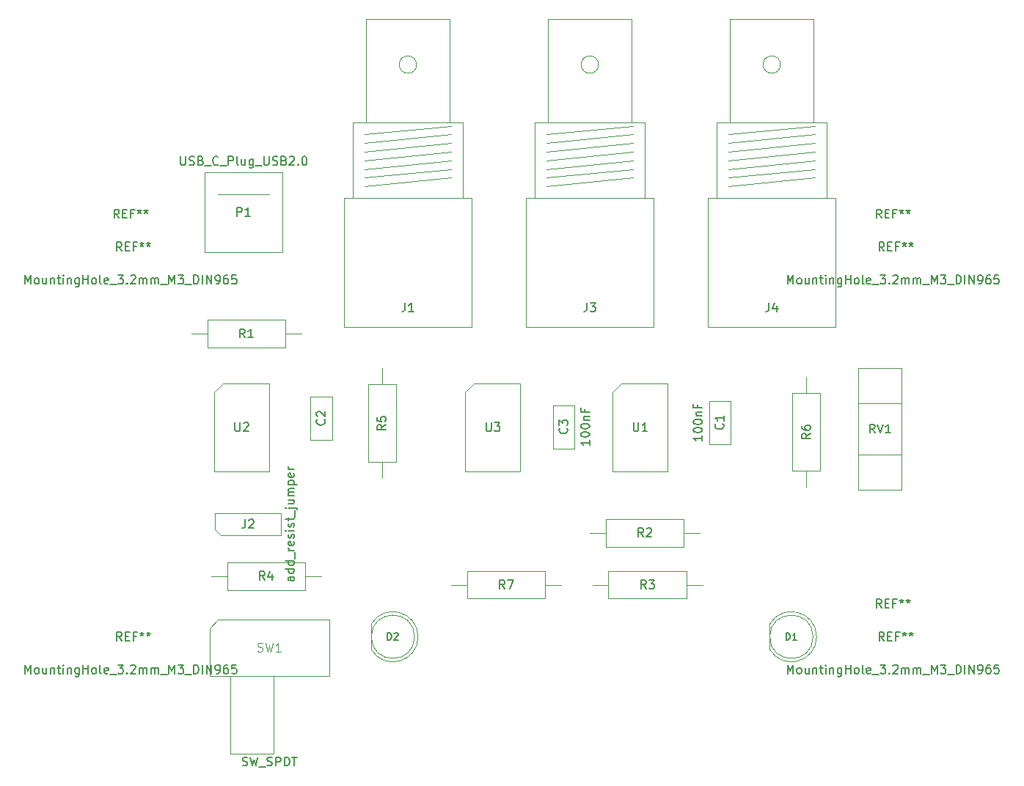
<source format=gbr>
%TF.GenerationSoftware,KiCad,Pcbnew,5.1.6-c6e7f7d~86~ubuntu20.04.1*%
%TF.CreationDate,2020-06-02T12:53:55+01:00*%
%TF.ProjectId,PC_driver,50435f64-7269-4766-9572-2e6b69636164,rev?*%
%TF.SameCoordinates,Original*%
%TF.FileFunction,Other,Fab,Top*%
%FSLAX46Y46*%
G04 Gerber Fmt 4.6, Leading zero omitted, Abs format (unit mm)*
G04 Created by KiCad (PCBNEW 5.1.6-c6e7f7d~86~ubuntu20.04.1) date 2020-06-02 12:53:55*
%MOMM*%
%LPD*%
G01*
G04 APERTURE LIST*
%ADD10C,0.100000*%
%ADD11C,0.150000*%
%ADD12C,0.200000*%
G04 APERTURE END LIST*
D10*
%TO.C,R4*%
X117150000Y-92600000D02*
X117150000Y-89400000D01*
X117150000Y-89400000D02*
X108150000Y-89400000D01*
X108150000Y-89400000D02*
X108150000Y-92600000D01*
X108150000Y-92600000D02*
X117150000Y-92600000D01*
X119000000Y-91000000D02*
X117150000Y-91000000D01*
X106300000Y-91000000D02*
X108150000Y-91000000D01*
%TO.C,R7*%
X146700000Y-92000000D02*
X144850000Y-92000000D01*
X134000000Y-92000000D02*
X135850000Y-92000000D01*
X144850000Y-90400000D02*
X135850000Y-90400000D01*
X144850000Y-93600000D02*
X144850000Y-90400000D01*
X135850000Y-93600000D02*
X144850000Y-93600000D01*
X135850000Y-90400000D02*
X135850000Y-93600000D01*
%TO.C,D1*%
X175770000Y-98000000D02*
G75*
G03*
X175770000Y-98000000I-2500000J0D01*
G01*
X170770000Y-96530306D02*
X170770000Y-99469694D01*
X170769984Y-99469666D02*
G75*
G03*
X170770000Y-96530306I2500016J1469666D01*
G01*
%TO.C,D2*%
X124770000Y-96530306D02*
X124770000Y-99469694D01*
X129770000Y-98000000D02*
G75*
G03*
X129770000Y-98000000I-2500000J0D01*
G01*
X124769984Y-99469666D02*
G75*
G03*
X124770000Y-96530306I2500016J1469666D01*
G01*
%TO.C,U1*%
X152635000Y-69730000D02*
X153635000Y-68730000D01*
X152635000Y-78890000D02*
X152635000Y-69730000D01*
X158985000Y-78890000D02*
X152635000Y-78890000D01*
X158985000Y-68730000D02*
X158985000Y-78890000D01*
X153635000Y-68730000D02*
X158985000Y-68730000D01*
%TO.C,U3*%
X136635000Y-68730000D02*
X141985000Y-68730000D01*
X141985000Y-68730000D02*
X141985000Y-78890000D01*
X141985000Y-78890000D02*
X135635000Y-78890000D01*
X135635000Y-78890000D02*
X135635000Y-69730000D01*
X135635000Y-69730000D02*
X136635000Y-68730000D01*
%TO.C,RV1*%
X186000000Y-67000000D02*
X186000000Y-81000000D01*
X186000000Y-81000000D02*
X181000000Y-81000000D01*
X181000000Y-81000000D02*
X181000000Y-67000000D01*
X181000000Y-67000000D02*
X186000000Y-67000000D01*
X181000000Y-71000000D02*
X181000000Y-77000000D01*
X181000000Y-77000000D02*
X186000000Y-77000000D01*
X186000000Y-77000000D02*
X186000000Y-71000000D01*
X186000000Y-71000000D02*
X181000000Y-71000000D01*
%TO.C,C2*%
X117750000Y-75250000D02*
X120250000Y-75250000D01*
X120250000Y-75250000D02*
X120250000Y-70250000D01*
X120250000Y-70250000D02*
X117750000Y-70250000D01*
X117750000Y-70250000D02*
X117750000Y-75250000D01*
%TO.C,C1*%
X166250000Y-75750000D02*
X166250000Y-70750000D01*
X163750000Y-75750000D02*
X166250000Y-75750000D01*
X163750000Y-70750000D02*
X163750000Y-75750000D01*
X166250000Y-70750000D02*
X163750000Y-70750000D01*
%TO.C,C3*%
X145750000Y-71250000D02*
X145750000Y-76250000D01*
X148250000Y-71250000D02*
X145750000Y-71250000D01*
X148250000Y-76250000D02*
X148250000Y-71250000D01*
X145750000Y-76250000D02*
X148250000Y-76250000D01*
%TO.C,J1*%
X124000000Y-46000000D02*
X134000000Y-45000000D01*
X121650000Y-47300000D02*
X121650000Y-62200000D01*
X136350000Y-47300000D02*
X121650000Y-47300000D01*
X136350000Y-62200000D02*
X136350000Y-47300000D01*
X121650000Y-62200000D02*
X136350000Y-62200000D01*
X122650000Y-38600000D02*
X122650000Y-47300000D01*
X135350000Y-38600000D02*
X122650000Y-38600000D01*
X135350000Y-47300000D02*
X135350000Y-38600000D01*
X124200000Y-26700000D02*
X124200000Y-38600000D01*
X133800000Y-26700000D02*
X124200000Y-26700000D01*
X133800000Y-38600000D02*
X133800000Y-26700000D01*
X130000000Y-31930000D02*
G75*
G03*
X130000000Y-31930000I-1000000J0D01*
G01*
X124000000Y-45000000D02*
X134000000Y-44000000D01*
X124000000Y-44000000D02*
X134000000Y-43000000D01*
X124000000Y-43000000D02*
X134000000Y-42000000D01*
X124000000Y-42000000D02*
X134000000Y-41000000D01*
X124000000Y-41000000D02*
X134000000Y-40000000D01*
X124000000Y-40000000D02*
X134000000Y-39000000D01*
%TO.C,J2*%
X107365000Y-86270000D02*
X106730000Y-85635000D01*
X114350000Y-86270000D02*
X107365000Y-86270000D01*
X114350000Y-83730000D02*
X114350000Y-86270000D01*
X106730000Y-83730000D02*
X114350000Y-83730000D01*
X106730000Y-85635000D02*
X106730000Y-83730000D01*
%TO.C,J3*%
X145000000Y-46000000D02*
X155000000Y-45000000D01*
X142650000Y-47300000D02*
X142650000Y-62200000D01*
X157350000Y-47300000D02*
X142650000Y-47300000D01*
X157350000Y-62200000D02*
X157350000Y-47300000D01*
X142650000Y-62200000D02*
X157350000Y-62200000D01*
X143650000Y-38600000D02*
X143650000Y-47300000D01*
X156350000Y-38600000D02*
X143650000Y-38600000D01*
X156350000Y-47300000D02*
X156350000Y-38600000D01*
X145200000Y-26700000D02*
X145200000Y-38600000D01*
X154800000Y-26700000D02*
X145200000Y-26700000D01*
X154800000Y-38600000D02*
X154800000Y-26700000D01*
X151000000Y-31930000D02*
G75*
G03*
X151000000Y-31930000I-1000000J0D01*
G01*
X145000000Y-45000000D02*
X155000000Y-44000000D01*
X145000000Y-44000000D02*
X155000000Y-43000000D01*
X145000000Y-43000000D02*
X155000000Y-42000000D01*
X145000000Y-42000000D02*
X155000000Y-41000000D01*
X145000000Y-41000000D02*
X155000000Y-40000000D01*
X145000000Y-40000000D02*
X155000000Y-39000000D01*
%TO.C,J4*%
X166000000Y-40000000D02*
X176000000Y-39000000D01*
X166000000Y-41000000D02*
X176000000Y-40000000D01*
X166000000Y-42000000D02*
X176000000Y-41000000D01*
X166000000Y-43000000D02*
X176000000Y-42000000D01*
X166000000Y-44000000D02*
X176000000Y-43000000D01*
X166000000Y-45000000D02*
X176000000Y-44000000D01*
X172000000Y-31930000D02*
G75*
G03*
X172000000Y-31930000I-1000000J0D01*
G01*
X175800000Y-38600000D02*
X175800000Y-26700000D01*
X175800000Y-26700000D02*
X166200000Y-26700000D01*
X166200000Y-26700000D02*
X166200000Y-38600000D01*
X177350000Y-47300000D02*
X177350000Y-38600000D01*
X177350000Y-38600000D02*
X164650000Y-38600000D01*
X164650000Y-38600000D02*
X164650000Y-47300000D01*
X163650000Y-62200000D02*
X178350000Y-62200000D01*
X178350000Y-62200000D02*
X178350000Y-47300000D01*
X178350000Y-47300000D02*
X163650000Y-47300000D01*
X163650000Y-47300000D02*
X163650000Y-62200000D01*
X166000000Y-46000000D02*
X176000000Y-45000000D01*
%TO.C,P1*%
X113025000Y-46900000D02*
X107025000Y-46900000D01*
X105550000Y-53560000D02*
X105550000Y-44390000D01*
X114500000Y-53560000D02*
X114500000Y-44390000D01*
X114500000Y-44390000D02*
X105550000Y-44390000D01*
X114500000Y-53560000D02*
X105550000Y-53560000D01*
%TO.C,R1*%
X116700000Y-63000000D02*
X114850000Y-63000000D01*
X104000000Y-63000000D02*
X105850000Y-63000000D01*
X114850000Y-61400000D02*
X105850000Y-61400000D01*
X114850000Y-64600000D02*
X114850000Y-61400000D01*
X105850000Y-64600000D02*
X114850000Y-64600000D01*
X105850000Y-61400000D02*
X105850000Y-64600000D01*
%TO.C,R5*%
X127600000Y-68850000D02*
X124400000Y-68850000D01*
X124400000Y-68850000D02*
X124400000Y-77850000D01*
X124400000Y-77850000D02*
X127600000Y-77850000D01*
X127600000Y-77850000D02*
X127600000Y-68850000D01*
X126000000Y-67000000D02*
X126000000Y-68850000D01*
X126000000Y-79700000D02*
X126000000Y-77850000D01*
%TO.C,R2*%
X151850000Y-84400000D02*
X151850000Y-87600000D01*
X151850000Y-87600000D02*
X160850000Y-87600000D01*
X160850000Y-87600000D02*
X160850000Y-84400000D01*
X160850000Y-84400000D02*
X151850000Y-84400000D01*
X150000000Y-86000000D02*
X151850000Y-86000000D01*
X162700000Y-86000000D02*
X160850000Y-86000000D01*
%TO.C,R3*%
X150300000Y-92000000D02*
X152150000Y-92000000D01*
X163000000Y-92000000D02*
X161150000Y-92000000D01*
X152150000Y-93600000D02*
X161150000Y-93600000D01*
X152150000Y-90400000D02*
X152150000Y-93600000D01*
X161150000Y-90400000D02*
X152150000Y-90400000D01*
X161150000Y-93600000D02*
X161150000Y-90400000D01*
%TO.C,R6*%
X175000000Y-80700000D02*
X175000000Y-78850000D01*
X175000000Y-68000000D02*
X175000000Y-69850000D01*
X176600000Y-78850000D02*
X176600000Y-69850000D01*
X173400000Y-78850000D02*
X176600000Y-78850000D01*
X173400000Y-69850000D02*
X173400000Y-78850000D01*
X176600000Y-69850000D02*
X173400000Y-69850000D01*
%TO.C,SW1*%
X107100000Y-96000000D02*
X119900000Y-96000000D01*
X119900000Y-96000000D02*
X119900000Y-102500000D01*
X119900000Y-102500000D02*
X106100000Y-102500000D01*
X106100000Y-102500000D02*
X106100000Y-97000000D01*
X113500000Y-102500000D02*
X113500000Y-111500000D01*
X113500000Y-111500000D02*
X108500000Y-111500000D01*
X108500000Y-111500000D02*
X108500000Y-102500000D01*
X107100000Y-96000000D02*
X106100000Y-97000000D01*
%TO.C,U2*%
X106635000Y-69730000D02*
X107635000Y-68730000D01*
X106635000Y-78890000D02*
X106635000Y-69730000D01*
X112985000Y-78890000D02*
X106635000Y-78890000D01*
X112985000Y-68730000D02*
X112985000Y-78890000D01*
X107635000Y-68730000D02*
X112985000Y-68730000D01*
%TD*%
%TO.C,R4*%
D11*
X112483333Y-91452380D02*
X112150000Y-90976190D01*
X111911904Y-91452380D02*
X111911904Y-90452380D01*
X112292857Y-90452380D01*
X112388095Y-90500000D01*
X112435714Y-90547619D01*
X112483333Y-90642857D01*
X112483333Y-90785714D01*
X112435714Y-90880952D01*
X112388095Y-90928571D01*
X112292857Y-90976190D01*
X111911904Y-90976190D01*
X113340476Y-90785714D02*
X113340476Y-91452380D01*
X113102380Y-90404761D02*
X112864285Y-91119047D01*
X113483333Y-91119047D01*
%TO.C,R7*%
X140183333Y-92452380D02*
X139850000Y-91976190D01*
X139611904Y-92452380D02*
X139611904Y-91452380D01*
X139992857Y-91452380D01*
X140088095Y-91500000D01*
X140135714Y-91547619D01*
X140183333Y-91642857D01*
X140183333Y-91785714D01*
X140135714Y-91880952D01*
X140088095Y-91928571D01*
X139992857Y-91976190D01*
X139611904Y-91976190D01*
X140516666Y-91452380D02*
X141183333Y-91452380D01*
X140754761Y-92452380D01*
%TO.C,D1*%
D12*
X172659523Y-98361904D02*
X172659523Y-97561904D01*
X172850000Y-97561904D01*
X172964285Y-97600000D01*
X173040476Y-97676190D01*
X173078571Y-97752380D01*
X173116666Y-97904761D01*
X173116666Y-98019047D01*
X173078571Y-98171428D01*
X173040476Y-98247619D01*
X172964285Y-98323809D01*
X172850000Y-98361904D01*
X172659523Y-98361904D01*
X173878571Y-98361904D02*
X173421428Y-98361904D01*
X173650000Y-98361904D02*
X173650000Y-97561904D01*
X173573809Y-97676190D01*
X173497619Y-97752380D01*
X173421428Y-97790476D01*
%TO.C,D2*%
X126659523Y-98361904D02*
X126659523Y-97561904D01*
X126850000Y-97561904D01*
X126964285Y-97600000D01*
X127040476Y-97676190D01*
X127078571Y-97752380D01*
X127116666Y-97904761D01*
X127116666Y-98019047D01*
X127078571Y-98171428D01*
X127040476Y-98247619D01*
X126964285Y-98323809D01*
X126850000Y-98361904D01*
X126659523Y-98361904D01*
X127421428Y-97638095D02*
X127459523Y-97600000D01*
X127535714Y-97561904D01*
X127726190Y-97561904D01*
X127802380Y-97600000D01*
X127840476Y-97638095D01*
X127878571Y-97714285D01*
X127878571Y-97790476D01*
X127840476Y-97904761D01*
X127383333Y-98361904D01*
X127878571Y-98361904D01*
%TO.C,U1*%
D11*
X155048095Y-73262380D02*
X155048095Y-74071904D01*
X155095714Y-74167142D01*
X155143333Y-74214761D01*
X155238571Y-74262380D01*
X155429047Y-74262380D01*
X155524285Y-74214761D01*
X155571904Y-74167142D01*
X155619523Y-74071904D01*
X155619523Y-73262380D01*
X156619523Y-74262380D02*
X156048095Y-74262380D01*
X156333809Y-74262380D02*
X156333809Y-73262380D01*
X156238571Y-73405238D01*
X156143333Y-73500476D01*
X156048095Y-73548095D01*
%TO.C,U3*%
X138048095Y-73262380D02*
X138048095Y-74071904D01*
X138095714Y-74167142D01*
X138143333Y-74214761D01*
X138238571Y-74262380D01*
X138429047Y-74262380D01*
X138524285Y-74214761D01*
X138571904Y-74167142D01*
X138619523Y-74071904D01*
X138619523Y-73262380D01*
X139000476Y-73262380D02*
X139619523Y-73262380D01*
X139286190Y-73643333D01*
X139429047Y-73643333D01*
X139524285Y-73690952D01*
X139571904Y-73738571D01*
X139619523Y-73833809D01*
X139619523Y-74071904D01*
X139571904Y-74167142D01*
X139524285Y-74214761D01*
X139429047Y-74262380D01*
X139143333Y-74262380D01*
X139048095Y-74214761D01*
X139000476Y-74167142D01*
%TO.C,REF\u002A\u002A*%
X95666666Y-49652380D02*
X95333333Y-49176190D01*
X95095238Y-49652380D02*
X95095238Y-48652380D01*
X95476190Y-48652380D01*
X95571428Y-48700000D01*
X95619047Y-48747619D01*
X95666666Y-48842857D01*
X95666666Y-48985714D01*
X95619047Y-49080952D01*
X95571428Y-49128571D01*
X95476190Y-49176190D01*
X95095238Y-49176190D01*
X96095238Y-49128571D02*
X96428571Y-49128571D01*
X96571428Y-49652380D02*
X96095238Y-49652380D01*
X96095238Y-48652380D01*
X96571428Y-48652380D01*
X97333333Y-49128571D02*
X97000000Y-49128571D01*
X97000000Y-49652380D02*
X97000000Y-48652380D01*
X97476190Y-48652380D01*
X98000000Y-48652380D02*
X98000000Y-48890476D01*
X97761904Y-48795238D02*
X98000000Y-48890476D01*
X98238095Y-48795238D01*
X97857142Y-49080952D02*
X98000000Y-48890476D01*
X98142857Y-49080952D01*
X98761904Y-48652380D02*
X98761904Y-48890476D01*
X98523809Y-48795238D02*
X98761904Y-48890476D01*
X99000000Y-48795238D01*
X98619047Y-49080952D02*
X98761904Y-48890476D01*
X98904761Y-49080952D01*
X84809523Y-57252380D02*
X84809523Y-56252380D01*
X85142857Y-56966666D01*
X85476190Y-56252380D01*
X85476190Y-57252380D01*
X86095238Y-57252380D02*
X86000000Y-57204761D01*
X85952380Y-57157142D01*
X85904761Y-57061904D01*
X85904761Y-56776190D01*
X85952380Y-56680952D01*
X86000000Y-56633333D01*
X86095238Y-56585714D01*
X86238095Y-56585714D01*
X86333333Y-56633333D01*
X86380952Y-56680952D01*
X86428571Y-56776190D01*
X86428571Y-57061904D01*
X86380952Y-57157142D01*
X86333333Y-57204761D01*
X86238095Y-57252380D01*
X86095238Y-57252380D01*
X87285714Y-56585714D02*
X87285714Y-57252380D01*
X86857142Y-56585714D02*
X86857142Y-57109523D01*
X86904761Y-57204761D01*
X87000000Y-57252380D01*
X87142857Y-57252380D01*
X87238095Y-57204761D01*
X87285714Y-57157142D01*
X87761904Y-56585714D02*
X87761904Y-57252380D01*
X87761904Y-56680952D02*
X87809523Y-56633333D01*
X87904761Y-56585714D01*
X88047619Y-56585714D01*
X88142857Y-56633333D01*
X88190476Y-56728571D01*
X88190476Y-57252380D01*
X88523809Y-56585714D02*
X88904761Y-56585714D01*
X88666666Y-56252380D02*
X88666666Y-57109523D01*
X88714285Y-57204761D01*
X88809523Y-57252380D01*
X88904761Y-57252380D01*
X89238095Y-57252380D02*
X89238095Y-56585714D01*
X89238095Y-56252380D02*
X89190476Y-56300000D01*
X89238095Y-56347619D01*
X89285714Y-56300000D01*
X89238095Y-56252380D01*
X89238095Y-56347619D01*
X89714285Y-56585714D02*
X89714285Y-57252380D01*
X89714285Y-56680952D02*
X89761904Y-56633333D01*
X89857142Y-56585714D01*
X90000000Y-56585714D01*
X90095238Y-56633333D01*
X90142857Y-56728571D01*
X90142857Y-57252380D01*
X91047619Y-56585714D02*
X91047619Y-57395238D01*
X91000000Y-57490476D01*
X90952380Y-57538095D01*
X90857142Y-57585714D01*
X90714285Y-57585714D01*
X90619047Y-57538095D01*
X91047619Y-57204761D02*
X90952380Y-57252380D01*
X90761904Y-57252380D01*
X90666666Y-57204761D01*
X90619047Y-57157142D01*
X90571428Y-57061904D01*
X90571428Y-56776190D01*
X90619047Y-56680952D01*
X90666666Y-56633333D01*
X90761904Y-56585714D01*
X90952380Y-56585714D01*
X91047619Y-56633333D01*
X91523809Y-57252380D02*
X91523809Y-56252380D01*
X91523809Y-56728571D02*
X92095238Y-56728571D01*
X92095238Y-57252380D02*
X92095238Y-56252380D01*
X92714285Y-57252380D02*
X92619047Y-57204761D01*
X92571428Y-57157142D01*
X92523809Y-57061904D01*
X92523809Y-56776190D01*
X92571428Y-56680952D01*
X92619047Y-56633333D01*
X92714285Y-56585714D01*
X92857142Y-56585714D01*
X92952380Y-56633333D01*
X93000000Y-56680952D01*
X93047619Y-56776190D01*
X93047619Y-57061904D01*
X93000000Y-57157142D01*
X92952380Y-57204761D01*
X92857142Y-57252380D01*
X92714285Y-57252380D01*
X93619047Y-57252380D02*
X93523809Y-57204761D01*
X93476190Y-57109523D01*
X93476190Y-56252380D01*
X94380952Y-57204761D02*
X94285714Y-57252380D01*
X94095238Y-57252380D01*
X94000000Y-57204761D01*
X93952380Y-57109523D01*
X93952380Y-56728571D01*
X94000000Y-56633333D01*
X94095238Y-56585714D01*
X94285714Y-56585714D01*
X94380952Y-56633333D01*
X94428571Y-56728571D01*
X94428571Y-56823809D01*
X93952380Y-56919047D01*
X94619047Y-57347619D02*
X95380952Y-57347619D01*
X95523809Y-56252380D02*
X96142857Y-56252380D01*
X95809523Y-56633333D01*
X95952380Y-56633333D01*
X96047619Y-56680952D01*
X96095238Y-56728571D01*
X96142857Y-56823809D01*
X96142857Y-57061904D01*
X96095238Y-57157142D01*
X96047619Y-57204761D01*
X95952380Y-57252380D01*
X95666666Y-57252380D01*
X95571428Y-57204761D01*
X95523809Y-57157142D01*
X96571428Y-57157142D02*
X96619047Y-57204761D01*
X96571428Y-57252380D01*
X96523809Y-57204761D01*
X96571428Y-57157142D01*
X96571428Y-57252380D01*
X96999999Y-56347619D02*
X97047619Y-56300000D01*
X97142857Y-56252380D01*
X97380952Y-56252380D01*
X97476190Y-56300000D01*
X97523809Y-56347619D01*
X97571428Y-56442857D01*
X97571428Y-56538095D01*
X97523809Y-56680952D01*
X96952380Y-57252380D01*
X97571428Y-57252380D01*
X97999999Y-57252380D02*
X97999999Y-56585714D01*
X97999999Y-56680952D02*
X98047619Y-56633333D01*
X98142857Y-56585714D01*
X98285714Y-56585714D01*
X98380952Y-56633333D01*
X98428571Y-56728571D01*
X98428571Y-57252380D01*
X98428571Y-56728571D02*
X98476190Y-56633333D01*
X98571428Y-56585714D01*
X98714285Y-56585714D01*
X98809523Y-56633333D01*
X98857142Y-56728571D01*
X98857142Y-57252380D01*
X99333333Y-57252380D02*
X99333333Y-56585714D01*
X99333333Y-56680952D02*
X99380952Y-56633333D01*
X99476190Y-56585714D01*
X99619047Y-56585714D01*
X99714285Y-56633333D01*
X99761904Y-56728571D01*
X99761904Y-57252380D01*
X99761904Y-56728571D02*
X99809523Y-56633333D01*
X99904761Y-56585714D01*
X100047619Y-56585714D01*
X100142857Y-56633333D01*
X100190476Y-56728571D01*
X100190476Y-57252380D01*
X100428571Y-57347619D02*
X101190476Y-57347619D01*
X101428571Y-57252380D02*
X101428571Y-56252380D01*
X101761904Y-56966666D01*
X102095238Y-56252380D01*
X102095238Y-57252380D01*
X102476190Y-56252380D02*
X103095238Y-56252380D01*
X102761904Y-56633333D01*
X102904761Y-56633333D01*
X103000000Y-56680952D01*
X103047619Y-56728571D01*
X103095238Y-56823809D01*
X103095238Y-57061904D01*
X103047619Y-57157142D01*
X103000000Y-57204761D01*
X102904761Y-57252380D01*
X102619047Y-57252380D01*
X102523809Y-57204761D01*
X102476190Y-57157142D01*
X103285714Y-57347619D02*
X104047619Y-57347619D01*
X104285714Y-57252380D02*
X104285714Y-56252380D01*
X104523809Y-56252380D01*
X104666666Y-56300000D01*
X104761904Y-56395238D01*
X104809523Y-56490476D01*
X104857142Y-56680952D01*
X104857142Y-56823809D01*
X104809523Y-57014285D01*
X104761904Y-57109523D01*
X104666666Y-57204761D01*
X104523809Y-57252380D01*
X104285714Y-57252380D01*
X105285714Y-57252380D02*
X105285714Y-56252380D01*
X105761904Y-57252380D02*
X105761904Y-56252380D01*
X106333333Y-57252380D01*
X106333333Y-56252380D01*
X106857142Y-57252380D02*
X107047619Y-57252380D01*
X107142857Y-57204761D01*
X107190476Y-57157142D01*
X107285714Y-57014285D01*
X107333333Y-56823809D01*
X107333333Y-56442857D01*
X107285714Y-56347619D01*
X107238095Y-56300000D01*
X107142857Y-56252380D01*
X106952380Y-56252380D01*
X106857142Y-56300000D01*
X106809523Y-56347619D01*
X106761904Y-56442857D01*
X106761904Y-56680952D01*
X106809523Y-56776190D01*
X106857142Y-56823809D01*
X106952380Y-56871428D01*
X107142857Y-56871428D01*
X107238095Y-56823809D01*
X107285714Y-56776190D01*
X107333333Y-56680952D01*
X108190476Y-56252380D02*
X108000000Y-56252380D01*
X107904761Y-56300000D01*
X107857142Y-56347619D01*
X107761904Y-56490476D01*
X107714285Y-56680952D01*
X107714285Y-57061904D01*
X107761904Y-57157142D01*
X107809523Y-57204761D01*
X107904761Y-57252380D01*
X108095238Y-57252380D01*
X108190476Y-57204761D01*
X108238095Y-57157142D01*
X108285714Y-57061904D01*
X108285714Y-56823809D01*
X108238095Y-56728571D01*
X108190476Y-56680952D01*
X108095238Y-56633333D01*
X107904761Y-56633333D01*
X107809523Y-56680952D01*
X107761904Y-56728571D01*
X107714285Y-56823809D01*
X109190476Y-56252380D02*
X108714285Y-56252380D01*
X108666666Y-56728571D01*
X108714285Y-56680952D01*
X108809523Y-56633333D01*
X109047619Y-56633333D01*
X109142857Y-56680952D01*
X109190476Y-56728571D01*
X109238095Y-56823809D01*
X109238095Y-57061904D01*
X109190476Y-57157142D01*
X109142857Y-57204761D01*
X109047619Y-57252380D01*
X108809523Y-57252380D01*
X108714285Y-57204761D01*
X108666666Y-57157142D01*
X95966666Y-53452380D02*
X95633333Y-52976190D01*
X95395238Y-53452380D02*
X95395238Y-52452380D01*
X95776190Y-52452380D01*
X95871428Y-52500000D01*
X95919047Y-52547619D01*
X95966666Y-52642857D01*
X95966666Y-52785714D01*
X95919047Y-52880952D01*
X95871428Y-52928571D01*
X95776190Y-52976190D01*
X95395238Y-52976190D01*
X96395238Y-52928571D02*
X96728571Y-52928571D01*
X96871428Y-53452380D02*
X96395238Y-53452380D01*
X96395238Y-52452380D01*
X96871428Y-52452380D01*
X97633333Y-52928571D02*
X97300000Y-52928571D01*
X97300000Y-53452380D02*
X97300000Y-52452380D01*
X97776190Y-52452380D01*
X98300000Y-52452380D02*
X98300000Y-52690476D01*
X98061904Y-52595238D02*
X98300000Y-52690476D01*
X98538095Y-52595238D01*
X98157142Y-52880952D02*
X98300000Y-52690476D01*
X98442857Y-52880952D01*
X99061904Y-52452380D02*
X99061904Y-52690476D01*
X98823809Y-52595238D02*
X99061904Y-52690476D01*
X99300000Y-52595238D01*
X98919047Y-52880952D02*
X99061904Y-52690476D01*
X99204761Y-52880952D01*
X183666666Y-49652380D02*
X183333333Y-49176190D01*
X183095238Y-49652380D02*
X183095238Y-48652380D01*
X183476190Y-48652380D01*
X183571428Y-48700000D01*
X183619047Y-48747619D01*
X183666666Y-48842857D01*
X183666666Y-48985714D01*
X183619047Y-49080952D01*
X183571428Y-49128571D01*
X183476190Y-49176190D01*
X183095238Y-49176190D01*
X184095238Y-49128571D02*
X184428571Y-49128571D01*
X184571428Y-49652380D02*
X184095238Y-49652380D01*
X184095238Y-48652380D01*
X184571428Y-48652380D01*
X185333333Y-49128571D02*
X185000000Y-49128571D01*
X185000000Y-49652380D02*
X185000000Y-48652380D01*
X185476190Y-48652380D01*
X186000000Y-48652380D02*
X186000000Y-48890476D01*
X185761904Y-48795238D02*
X186000000Y-48890476D01*
X186238095Y-48795238D01*
X185857142Y-49080952D02*
X186000000Y-48890476D01*
X186142857Y-49080952D01*
X186761904Y-48652380D02*
X186761904Y-48890476D01*
X186523809Y-48795238D02*
X186761904Y-48890476D01*
X187000000Y-48795238D01*
X186619047Y-49080952D02*
X186761904Y-48890476D01*
X186904761Y-49080952D01*
X172809523Y-57252380D02*
X172809523Y-56252380D01*
X173142857Y-56966666D01*
X173476190Y-56252380D01*
X173476190Y-57252380D01*
X174095238Y-57252380D02*
X174000000Y-57204761D01*
X173952380Y-57157142D01*
X173904761Y-57061904D01*
X173904761Y-56776190D01*
X173952380Y-56680952D01*
X174000000Y-56633333D01*
X174095238Y-56585714D01*
X174238095Y-56585714D01*
X174333333Y-56633333D01*
X174380952Y-56680952D01*
X174428571Y-56776190D01*
X174428571Y-57061904D01*
X174380952Y-57157142D01*
X174333333Y-57204761D01*
X174238095Y-57252380D01*
X174095238Y-57252380D01*
X175285714Y-56585714D02*
X175285714Y-57252380D01*
X174857142Y-56585714D02*
X174857142Y-57109523D01*
X174904761Y-57204761D01*
X175000000Y-57252380D01*
X175142857Y-57252380D01*
X175238095Y-57204761D01*
X175285714Y-57157142D01*
X175761904Y-56585714D02*
X175761904Y-57252380D01*
X175761904Y-56680952D02*
X175809523Y-56633333D01*
X175904761Y-56585714D01*
X176047619Y-56585714D01*
X176142857Y-56633333D01*
X176190476Y-56728571D01*
X176190476Y-57252380D01*
X176523809Y-56585714D02*
X176904761Y-56585714D01*
X176666666Y-56252380D02*
X176666666Y-57109523D01*
X176714285Y-57204761D01*
X176809523Y-57252380D01*
X176904761Y-57252380D01*
X177238095Y-57252380D02*
X177238095Y-56585714D01*
X177238095Y-56252380D02*
X177190476Y-56300000D01*
X177238095Y-56347619D01*
X177285714Y-56300000D01*
X177238095Y-56252380D01*
X177238095Y-56347619D01*
X177714285Y-56585714D02*
X177714285Y-57252380D01*
X177714285Y-56680952D02*
X177761904Y-56633333D01*
X177857142Y-56585714D01*
X178000000Y-56585714D01*
X178095238Y-56633333D01*
X178142857Y-56728571D01*
X178142857Y-57252380D01*
X179047619Y-56585714D02*
X179047619Y-57395238D01*
X179000000Y-57490476D01*
X178952380Y-57538095D01*
X178857142Y-57585714D01*
X178714285Y-57585714D01*
X178619047Y-57538095D01*
X179047619Y-57204761D02*
X178952380Y-57252380D01*
X178761904Y-57252380D01*
X178666666Y-57204761D01*
X178619047Y-57157142D01*
X178571428Y-57061904D01*
X178571428Y-56776190D01*
X178619047Y-56680952D01*
X178666666Y-56633333D01*
X178761904Y-56585714D01*
X178952380Y-56585714D01*
X179047619Y-56633333D01*
X179523809Y-57252380D02*
X179523809Y-56252380D01*
X179523809Y-56728571D02*
X180095238Y-56728571D01*
X180095238Y-57252380D02*
X180095238Y-56252380D01*
X180714285Y-57252380D02*
X180619047Y-57204761D01*
X180571428Y-57157142D01*
X180523809Y-57061904D01*
X180523809Y-56776190D01*
X180571428Y-56680952D01*
X180619047Y-56633333D01*
X180714285Y-56585714D01*
X180857142Y-56585714D01*
X180952380Y-56633333D01*
X181000000Y-56680952D01*
X181047619Y-56776190D01*
X181047619Y-57061904D01*
X181000000Y-57157142D01*
X180952380Y-57204761D01*
X180857142Y-57252380D01*
X180714285Y-57252380D01*
X181619047Y-57252380D02*
X181523809Y-57204761D01*
X181476190Y-57109523D01*
X181476190Y-56252380D01*
X182380952Y-57204761D02*
X182285714Y-57252380D01*
X182095238Y-57252380D01*
X182000000Y-57204761D01*
X181952380Y-57109523D01*
X181952380Y-56728571D01*
X182000000Y-56633333D01*
X182095238Y-56585714D01*
X182285714Y-56585714D01*
X182380952Y-56633333D01*
X182428571Y-56728571D01*
X182428571Y-56823809D01*
X181952380Y-56919047D01*
X182619047Y-57347619D02*
X183380952Y-57347619D01*
X183523809Y-56252380D02*
X184142857Y-56252380D01*
X183809523Y-56633333D01*
X183952380Y-56633333D01*
X184047619Y-56680952D01*
X184095238Y-56728571D01*
X184142857Y-56823809D01*
X184142857Y-57061904D01*
X184095238Y-57157142D01*
X184047619Y-57204761D01*
X183952380Y-57252380D01*
X183666666Y-57252380D01*
X183571428Y-57204761D01*
X183523809Y-57157142D01*
X184571428Y-57157142D02*
X184619047Y-57204761D01*
X184571428Y-57252380D01*
X184523809Y-57204761D01*
X184571428Y-57157142D01*
X184571428Y-57252380D01*
X185000000Y-56347619D02*
X185047619Y-56300000D01*
X185142857Y-56252380D01*
X185380952Y-56252380D01*
X185476190Y-56300000D01*
X185523809Y-56347619D01*
X185571428Y-56442857D01*
X185571428Y-56538095D01*
X185523809Y-56680952D01*
X184952380Y-57252380D01*
X185571428Y-57252380D01*
X186000000Y-57252380D02*
X186000000Y-56585714D01*
X186000000Y-56680952D02*
X186047619Y-56633333D01*
X186142857Y-56585714D01*
X186285714Y-56585714D01*
X186380952Y-56633333D01*
X186428571Y-56728571D01*
X186428571Y-57252380D01*
X186428571Y-56728571D02*
X186476190Y-56633333D01*
X186571428Y-56585714D01*
X186714285Y-56585714D01*
X186809523Y-56633333D01*
X186857142Y-56728571D01*
X186857142Y-57252380D01*
X187333333Y-57252380D02*
X187333333Y-56585714D01*
X187333333Y-56680952D02*
X187380952Y-56633333D01*
X187476190Y-56585714D01*
X187619047Y-56585714D01*
X187714285Y-56633333D01*
X187761904Y-56728571D01*
X187761904Y-57252380D01*
X187761904Y-56728571D02*
X187809523Y-56633333D01*
X187904761Y-56585714D01*
X188047619Y-56585714D01*
X188142857Y-56633333D01*
X188190476Y-56728571D01*
X188190476Y-57252380D01*
X188428571Y-57347619D02*
X189190476Y-57347619D01*
X189428571Y-57252380D02*
X189428571Y-56252380D01*
X189761904Y-56966666D01*
X190095238Y-56252380D01*
X190095238Y-57252380D01*
X190476190Y-56252380D02*
X191095238Y-56252380D01*
X190761904Y-56633333D01*
X190904761Y-56633333D01*
X191000000Y-56680952D01*
X191047619Y-56728571D01*
X191095238Y-56823809D01*
X191095238Y-57061904D01*
X191047619Y-57157142D01*
X191000000Y-57204761D01*
X190904761Y-57252380D01*
X190619047Y-57252380D01*
X190523809Y-57204761D01*
X190476190Y-57157142D01*
X191285714Y-57347619D02*
X192047619Y-57347619D01*
X192285714Y-57252380D02*
X192285714Y-56252380D01*
X192523809Y-56252380D01*
X192666666Y-56300000D01*
X192761904Y-56395238D01*
X192809523Y-56490476D01*
X192857142Y-56680952D01*
X192857142Y-56823809D01*
X192809523Y-57014285D01*
X192761904Y-57109523D01*
X192666666Y-57204761D01*
X192523809Y-57252380D01*
X192285714Y-57252380D01*
X193285714Y-57252380D02*
X193285714Y-56252380D01*
X193761904Y-57252380D02*
X193761904Y-56252380D01*
X194333333Y-57252380D01*
X194333333Y-56252380D01*
X194857142Y-57252380D02*
X195047619Y-57252380D01*
X195142857Y-57204761D01*
X195190476Y-57157142D01*
X195285714Y-57014285D01*
X195333333Y-56823809D01*
X195333333Y-56442857D01*
X195285714Y-56347619D01*
X195238095Y-56300000D01*
X195142857Y-56252380D01*
X194952380Y-56252380D01*
X194857142Y-56300000D01*
X194809523Y-56347619D01*
X194761904Y-56442857D01*
X194761904Y-56680952D01*
X194809523Y-56776190D01*
X194857142Y-56823809D01*
X194952380Y-56871428D01*
X195142857Y-56871428D01*
X195238095Y-56823809D01*
X195285714Y-56776190D01*
X195333333Y-56680952D01*
X196190476Y-56252380D02*
X196000000Y-56252380D01*
X195904761Y-56300000D01*
X195857142Y-56347619D01*
X195761904Y-56490476D01*
X195714285Y-56680952D01*
X195714285Y-57061904D01*
X195761904Y-57157142D01*
X195809523Y-57204761D01*
X195904761Y-57252380D01*
X196095238Y-57252380D01*
X196190476Y-57204761D01*
X196238095Y-57157142D01*
X196285714Y-57061904D01*
X196285714Y-56823809D01*
X196238095Y-56728571D01*
X196190476Y-56680952D01*
X196095238Y-56633333D01*
X195904761Y-56633333D01*
X195809523Y-56680952D01*
X195761904Y-56728571D01*
X195714285Y-56823809D01*
X197190476Y-56252380D02*
X196714285Y-56252380D01*
X196666666Y-56728571D01*
X196714285Y-56680952D01*
X196809523Y-56633333D01*
X197047619Y-56633333D01*
X197142857Y-56680952D01*
X197190476Y-56728571D01*
X197238095Y-56823809D01*
X197238095Y-57061904D01*
X197190476Y-57157142D01*
X197142857Y-57204761D01*
X197047619Y-57252380D01*
X196809523Y-57252380D01*
X196714285Y-57204761D01*
X196666666Y-57157142D01*
X183966666Y-53452380D02*
X183633333Y-52976190D01*
X183395238Y-53452380D02*
X183395238Y-52452380D01*
X183776190Y-52452380D01*
X183871428Y-52500000D01*
X183919047Y-52547619D01*
X183966666Y-52642857D01*
X183966666Y-52785714D01*
X183919047Y-52880952D01*
X183871428Y-52928571D01*
X183776190Y-52976190D01*
X183395238Y-52976190D01*
X184395238Y-52928571D02*
X184728571Y-52928571D01*
X184871428Y-53452380D02*
X184395238Y-53452380D01*
X184395238Y-52452380D01*
X184871428Y-52452380D01*
X185633333Y-52928571D02*
X185300000Y-52928571D01*
X185300000Y-53452380D02*
X185300000Y-52452380D01*
X185776190Y-52452380D01*
X186300000Y-52452380D02*
X186300000Y-52690476D01*
X186061904Y-52595238D02*
X186300000Y-52690476D01*
X186538095Y-52595238D01*
X186157142Y-52880952D02*
X186300000Y-52690476D01*
X186442857Y-52880952D01*
X187061904Y-52452380D02*
X187061904Y-52690476D01*
X186823809Y-52595238D02*
X187061904Y-52690476D01*
X187300000Y-52595238D01*
X186919047Y-52880952D02*
X187061904Y-52690476D01*
X187204761Y-52880952D01*
X183666666Y-94652380D02*
X183333333Y-94176190D01*
X183095238Y-94652380D02*
X183095238Y-93652380D01*
X183476190Y-93652380D01*
X183571428Y-93700000D01*
X183619047Y-93747619D01*
X183666666Y-93842857D01*
X183666666Y-93985714D01*
X183619047Y-94080952D01*
X183571428Y-94128571D01*
X183476190Y-94176190D01*
X183095238Y-94176190D01*
X184095238Y-94128571D02*
X184428571Y-94128571D01*
X184571428Y-94652380D02*
X184095238Y-94652380D01*
X184095238Y-93652380D01*
X184571428Y-93652380D01*
X185333333Y-94128571D02*
X185000000Y-94128571D01*
X185000000Y-94652380D02*
X185000000Y-93652380D01*
X185476190Y-93652380D01*
X186000000Y-93652380D02*
X186000000Y-93890476D01*
X185761904Y-93795238D02*
X186000000Y-93890476D01*
X186238095Y-93795238D01*
X185857142Y-94080952D02*
X186000000Y-93890476D01*
X186142857Y-94080952D01*
X186761904Y-93652380D02*
X186761904Y-93890476D01*
X186523809Y-93795238D02*
X186761904Y-93890476D01*
X187000000Y-93795238D01*
X186619047Y-94080952D02*
X186761904Y-93890476D01*
X186904761Y-94080952D01*
X172809523Y-102252380D02*
X172809523Y-101252380D01*
X173142857Y-101966666D01*
X173476190Y-101252380D01*
X173476190Y-102252380D01*
X174095238Y-102252380D02*
X174000000Y-102204761D01*
X173952380Y-102157142D01*
X173904761Y-102061904D01*
X173904761Y-101776190D01*
X173952380Y-101680952D01*
X174000000Y-101633333D01*
X174095238Y-101585714D01*
X174238095Y-101585714D01*
X174333333Y-101633333D01*
X174380952Y-101680952D01*
X174428571Y-101776190D01*
X174428571Y-102061904D01*
X174380952Y-102157142D01*
X174333333Y-102204761D01*
X174238095Y-102252380D01*
X174095238Y-102252380D01*
X175285714Y-101585714D02*
X175285714Y-102252380D01*
X174857142Y-101585714D02*
X174857142Y-102109523D01*
X174904761Y-102204761D01*
X175000000Y-102252380D01*
X175142857Y-102252380D01*
X175238095Y-102204761D01*
X175285714Y-102157142D01*
X175761904Y-101585714D02*
X175761904Y-102252380D01*
X175761904Y-101680952D02*
X175809523Y-101633333D01*
X175904761Y-101585714D01*
X176047619Y-101585714D01*
X176142857Y-101633333D01*
X176190476Y-101728571D01*
X176190476Y-102252380D01*
X176523809Y-101585714D02*
X176904761Y-101585714D01*
X176666666Y-101252380D02*
X176666666Y-102109523D01*
X176714285Y-102204761D01*
X176809523Y-102252380D01*
X176904761Y-102252380D01*
X177238095Y-102252380D02*
X177238095Y-101585714D01*
X177238095Y-101252380D02*
X177190476Y-101300000D01*
X177238095Y-101347619D01*
X177285714Y-101300000D01*
X177238095Y-101252380D01*
X177238095Y-101347619D01*
X177714285Y-101585714D02*
X177714285Y-102252380D01*
X177714285Y-101680952D02*
X177761904Y-101633333D01*
X177857142Y-101585714D01*
X178000000Y-101585714D01*
X178095238Y-101633333D01*
X178142857Y-101728571D01*
X178142857Y-102252380D01*
X179047619Y-101585714D02*
X179047619Y-102395238D01*
X179000000Y-102490476D01*
X178952380Y-102538095D01*
X178857142Y-102585714D01*
X178714285Y-102585714D01*
X178619047Y-102538095D01*
X179047619Y-102204761D02*
X178952380Y-102252380D01*
X178761904Y-102252380D01*
X178666666Y-102204761D01*
X178619047Y-102157142D01*
X178571428Y-102061904D01*
X178571428Y-101776190D01*
X178619047Y-101680952D01*
X178666666Y-101633333D01*
X178761904Y-101585714D01*
X178952380Y-101585714D01*
X179047619Y-101633333D01*
X179523809Y-102252380D02*
X179523809Y-101252380D01*
X179523809Y-101728571D02*
X180095238Y-101728571D01*
X180095238Y-102252380D02*
X180095238Y-101252380D01*
X180714285Y-102252380D02*
X180619047Y-102204761D01*
X180571428Y-102157142D01*
X180523809Y-102061904D01*
X180523809Y-101776190D01*
X180571428Y-101680952D01*
X180619047Y-101633333D01*
X180714285Y-101585714D01*
X180857142Y-101585714D01*
X180952380Y-101633333D01*
X181000000Y-101680952D01*
X181047619Y-101776190D01*
X181047619Y-102061904D01*
X181000000Y-102157142D01*
X180952380Y-102204761D01*
X180857142Y-102252380D01*
X180714285Y-102252380D01*
X181619047Y-102252380D02*
X181523809Y-102204761D01*
X181476190Y-102109523D01*
X181476190Y-101252380D01*
X182380952Y-102204761D02*
X182285714Y-102252380D01*
X182095238Y-102252380D01*
X182000000Y-102204761D01*
X181952380Y-102109523D01*
X181952380Y-101728571D01*
X182000000Y-101633333D01*
X182095238Y-101585714D01*
X182285714Y-101585714D01*
X182380952Y-101633333D01*
X182428571Y-101728571D01*
X182428571Y-101823809D01*
X181952380Y-101919047D01*
X182619047Y-102347619D02*
X183380952Y-102347619D01*
X183523809Y-101252380D02*
X184142857Y-101252380D01*
X183809523Y-101633333D01*
X183952380Y-101633333D01*
X184047619Y-101680952D01*
X184095238Y-101728571D01*
X184142857Y-101823809D01*
X184142857Y-102061904D01*
X184095238Y-102157142D01*
X184047619Y-102204761D01*
X183952380Y-102252380D01*
X183666666Y-102252380D01*
X183571428Y-102204761D01*
X183523809Y-102157142D01*
X184571428Y-102157142D02*
X184619047Y-102204761D01*
X184571428Y-102252380D01*
X184523809Y-102204761D01*
X184571428Y-102157142D01*
X184571428Y-102252380D01*
X185000000Y-101347619D02*
X185047619Y-101300000D01*
X185142857Y-101252380D01*
X185380952Y-101252380D01*
X185476190Y-101300000D01*
X185523809Y-101347619D01*
X185571428Y-101442857D01*
X185571428Y-101538095D01*
X185523809Y-101680952D01*
X184952380Y-102252380D01*
X185571428Y-102252380D01*
X186000000Y-102252380D02*
X186000000Y-101585714D01*
X186000000Y-101680952D02*
X186047619Y-101633333D01*
X186142857Y-101585714D01*
X186285714Y-101585714D01*
X186380952Y-101633333D01*
X186428571Y-101728571D01*
X186428571Y-102252380D01*
X186428571Y-101728571D02*
X186476190Y-101633333D01*
X186571428Y-101585714D01*
X186714285Y-101585714D01*
X186809523Y-101633333D01*
X186857142Y-101728571D01*
X186857142Y-102252380D01*
X187333333Y-102252380D02*
X187333333Y-101585714D01*
X187333333Y-101680952D02*
X187380952Y-101633333D01*
X187476190Y-101585714D01*
X187619047Y-101585714D01*
X187714285Y-101633333D01*
X187761904Y-101728571D01*
X187761904Y-102252380D01*
X187761904Y-101728571D02*
X187809523Y-101633333D01*
X187904761Y-101585714D01*
X188047619Y-101585714D01*
X188142857Y-101633333D01*
X188190476Y-101728571D01*
X188190476Y-102252380D01*
X188428571Y-102347619D02*
X189190476Y-102347619D01*
X189428571Y-102252380D02*
X189428571Y-101252380D01*
X189761904Y-101966666D01*
X190095238Y-101252380D01*
X190095238Y-102252380D01*
X190476190Y-101252380D02*
X191095238Y-101252380D01*
X190761904Y-101633333D01*
X190904761Y-101633333D01*
X191000000Y-101680952D01*
X191047619Y-101728571D01*
X191095238Y-101823809D01*
X191095238Y-102061904D01*
X191047619Y-102157142D01*
X191000000Y-102204761D01*
X190904761Y-102252380D01*
X190619047Y-102252380D01*
X190523809Y-102204761D01*
X190476190Y-102157142D01*
X191285714Y-102347619D02*
X192047619Y-102347619D01*
X192285714Y-102252380D02*
X192285714Y-101252380D01*
X192523809Y-101252380D01*
X192666666Y-101300000D01*
X192761904Y-101395238D01*
X192809523Y-101490476D01*
X192857142Y-101680952D01*
X192857142Y-101823809D01*
X192809523Y-102014285D01*
X192761904Y-102109523D01*
X192666666Y-102204761D01*
X192523809Y-102252380D01*
X192285714Y-102252380D01*
X193285714Y-102252380D02*
X193285714Y-101252380D01*
X193761904Y-102252380D02*
X193761904Y-101252380D01*
X194333333Y-102252380D01*
X194333333Y-101252380D01*
X194857142Y-102252380D02*
X195047619Y-102252380D01*
X195142857Y-102204761D01*
X195190476Y-102157142D01*
X195285714Y-102014285D01*
X195333333Y-101823809D01*
X195333333Y-101442857D01*
X195285714Y-101347619D01*
X195238095Y-101300000D01*
X195142857Y-101252380D01*
X194952380Y-101252380D01*
X194857142Y-101300000D01*
X194809523Y-101347619D01*
X194761904Y-101442857D01*
X194761904Y-101680952D01*
X194809523Y-101776190D01*
X194857142Y-101823809D01*
X194952380Y-101871428D01*
X195142857Y-101871428D01*
X195238095Y-101823809D01*
X195285714Y-101776190D01*
X195333333Y-101680952D01*
X196190476Y-101252380D02*
X196000000Y-101252380D01*
X195904761Y-101300000D01*
X195857142Y-101347619D01*
X195761904Y-101490476D01*
X195714285Y-101680952D01*
X195714285Y-102061904D01*
X195761904Y-102157142D01*
X195809523Y-102204761D01*
X195904761Y-102252380D01*
X196095238Y-102252380D01*
X196190476Y-102204761D01*
X196238095Y-102157142D01*
X196285714Y-102061904D01*
X196285714Y-101823809D01*
X196238095Y-101728571D01*
X196190476Y-101680952D01*
X196095238Y-101633333D01*
X195904761Y-101633333D01*
X195809523Y-101680952D01*
X195761904Y-101728571D01*
X195714285Y-101823809D01*
X197190476Y-101252380D02*
X196714285Y-101252380D01*
X196666666Y-101728571D01*
X196714285Y-101680952D01*
X196809523Y-101633333D01*
X197047619Y-101633333D01*
X197142857Y-101680952D01*
X197190476Y-101728571D01*
X197238095Y-101823809D01*
X197238095Y-102061904D01*
X197190476Y-102157142D01*
X197142857Y-102204761D01*
X197047619Y-102252380D01*
X196809523Y-102252380D01*
X196714285Y-102204761D01*
X196666666Y-102157142D01*
X183966666Y-98452380D02*
X183633333Y-97976190D01*
X183395238Y-98452380D02*
X183395238Y-97452380D01*
X183776190Y-97452380D01*
X183871428Y-97500000D01*
X183919047Y-97547619D01*
X183966666Y-97642857D01*
X183966666Y-97785714D01*
X183919047Y-97880952D01*
X183871428Y-97928571D01*
X183776190Y-97976190D01*
X183395238Y-97976190D01*
X184395238Y-97928571D02*
X184728571Y-97928571D01*
X184871428Y-98452380D02*
X184395238Y-98452380D01*
X184395238Y-97452380D01*
X184871428Y-97452380D01*
X185633333Y-97928571D02*
X185300000Y-97928571D01*
X185300000Y-98452380D02*
X185300000Y-97452380D01*
X185776190Y-97452380D01*
X186300000Y-97452380D02*
X186300000Y-97690476D01*
X186061904Y-97595238D02*
X186300000Y-97690476D01*
X186538095Y-97595238D01*
X186157142Y-97880952D02*
X186300000Y-97690476D01*
X186442857Y-97880952D01*
X187061904Y-97452380D02*
X187061904Y-97690476D01*
X186823809Y-97595238D02*
X187061904Y-97690476D01*
X187300000Y-97595238D01*
X186919047Y-97880952D02*
X187061904Y-97690476D01*
X187204761Y-97880952D01*
X84809523Y-102252380D02*
X84809523Y-101252380D01*
X85142857Y-101966666D01*
X85476190Y-101252380D01*
X85476190Y-102252380D01*
X86095238Y-102252380D02*
X86000000Y-102204761D01*
X85952380Y-102157142D01*
X85904761Y-102061904D01*
X85904761Y-101776190D01*
X85952380Y-101680952D01*
X86000000Y-101633333D01*
X86095238Y-101585714D01*
X86238095Y-101585714D01*
X86333333Y-101633333D01*
X86380952Y-101680952D01*
X86428571Y-101776190D01*
X86428571Y-102061904D01*
X86380952Y-102157142D01*
X86333333Y-102204761D01*
X86238095Y-102252380D01*
X86095238Y-102252380D01*
X87285714Y-101585714D02*
X87285714Y-102252380D01*
X86857142Y-101585714D02*
X86857142Y-102109523D01*
X86904761Y-102204761D01*
X87000000Y-102252380D01*
X87142857Y-102252380D01*
X87238095Y-102204761D01*
X87285714Y-102157142D01*
X87761904Y-101585714D02*
X87761904Y-102252380D01*
X87761904Y-101680952D02*
X87809523Y-101633333D01*
X87904761Y-101585714D01*
X88047619Y-101585714D01*
X88142857Y-101633333D01*
X88190476Y-101728571D01*
X88190476Y-102252380D01*
X88523809Y-101585714D02*
X88904761Y-101585714D01*
X88666666Y-101252380D02*
X88666666Y-102109523D01*
X88714285Y-102204761D01*
X88809523Y-102252380D01*
X88904761Y-102252380D01*
X89238095Y-102252380D02*
X89238095Y-101585714D01*
X89238095Y-101252380D02*
X89190476Y-101300000D01*
X89238095Y-101347619D01*
X89285714Y-101300000D01*
X89238095Y-101252380D01*
X89238095Y-101347619D01*
X89714285Y-101585714D02*
X89714285Y-102252380D01*
X89714285Y-101680952D02*
X89761904Y-101633333D01*
X89857142Y-101585714D01*
X90000000Y-101585714D01*
X90095238Y-101633333D01*
X90142857Y-101728571D01*
X90142857Y-102252380D01*
X91047619Y-101585714D02*
X91047619Y-102395238D01*
X91000000Y-102490476D01*
X90952380Y-102538095D01*
X90857142Y-102585714D01*
X90714285Y-102585714D01*
X90619047Y-102538095D01*
X91047619Y-102204761D02*
X90952380Y-102252380D01*
X90761904Y-102252380D01*
X90666666Y-102204761D01*
X90619047Y-102157142D01*
X90571428Y-102061904D01*
X90571428Y-101776190D01*
X90619047Y-101680952D01*
X90666666Y-101633333D01*
X90761904Y-101585714D01*
X90952380Y-101585714D01*
X91047619Y-101633333D01*
X91523809Y-102252380D02*
X91523809Y-101252380D01*
X91523809Y-101728571D02*
X92095238Y-101728571D01*
X92095238Y-102252380D02*
X92095238Y-101252380D01*
X92714285Y-102252380D02*
X92619047Y-102204761D01*
X92571428Y-102157142D01*
X92523809Y-102061904D01*
X92523809Y-101776190D01*
X92571428Y-101680952D01*
X92619047Y-101633333D01*
X92714285Y-101585714D01*
X92857142Y-101585714D01*
X92952380Y-101633333D01*
X93000000Y-101680952D01*
X93047619Y-101776190D01*
X93047619Y-102061904D01*
X93000000Y-102157142D01*
X92952380Y-102204761D01*
X92857142Y-102252380D01*
X92714285Y-102252380D01*
X93619047Y-102252380D02*
X93523809Y-102204761D01*
X93476190Y-102109523D01*
X93476190Y-101252380D01*
X94380952Y-102204761D02*
X94285714Y-102252380D01*
X94095238Y-102252380D01*
X94000000Y-102204761D01*
X93952380Y-102109523D01*
X93952380Y-101728571D01*
X94000000Y-101633333D01*
X94095238Y-101585714D01*
X94285714Y-101585714D01*
X94380952Y-101633333D01*
X94428571Y-101728571D01*
X94428571Y-101823809D01*
X93952380Y-101919047D01*
X94619047Y-102347619D02*
X95380952Y-102347619D01*
X95523809Y-101252380D02*
X96142857Y-101252380D01*
X95809523Y-101633333D01*
X95952380Y-101633333D01*
X96047619Y-101680952D01*
X96095238Y-101728571D01*
X96142857Y-101823809D01*
X96142857Y-102061904D01*
X96095238Y-102157142D01*
X96047619Y-102204761D01*
X95952380Y-102252380D01*
X95666666Y-102252380D01*
X95571428Y-102204761D01*
X95523809Y-102157142D01*
X96571428Y-102157142D02*
X96619047Y-102204761D01*
X96571428Y-102252380D01*
X96523809Y-102204761D01*
X96571428Y-102157142D01*
X96571428Y-102252380D01*
X96999999Y-101347619D02*
X97047619Y-101300000D01*
X97142857Y-101252380D01*
X97380952Y-101252380D01*
X97476190Y-101300000D01*
X97523809Y-101347619D01*
X97571428Y-101442857D01*
X97571428Y-101538095D01*
X97523809Y-101680952D01*
X96952380Y-102252380D01*
X97571428Y-102252380D01*
X97999999Y-102252380D02*
X97999999Y-101585714D01*
X97999999Y-101680952D02*
X98047619Y-101633333D01*
X98142857Y-101585714D01*
X98285714Y-101585714D01*
X98380952Y-101633333D01*
X98428571Y-101728571D01*
X98428571Y-102252380D01*
X98428571Y-101728571D02*
X98476190Y-101633333D01*
X98571428Y-101585714D01*
X98714285Y-101585714D01*
X98809523Y-101633333D01*
X98857142Y-101728571D01*
X98857142Y-102252380D01*
X99333333Y-102252380D02*
X99333333Y-101585714D01*
X99333333Y-101680952D02*
X99380952Y-101633333D01*
X99476190Y-101585714D01*
X99619047Y-101585714D01*
X99714285Y-101633333D01*
X99761904Y-101728571D01*
X99761904Y-102252380D01*
X99761904Y-101728571D02*
X99809523Y-101633333D01*
X99904761Y-101585714D01*
X100047619Y-101585714D01*
X100142857Y-101633333D01*
X100190476Y-101728571D01*
X100190476Y-102252380D01*
X100428571Y-102347619D02*
X101190476Y-102347619D01*
X101428571Y-102252380D02*
X101428571Y-101252380D01*
X101761904Y-101966666D01*
X102095238Y-101252380D01*
X102095238Y-102252380D01*
X102476190Y-101252380D02*
X103095238Y-101252380D01*
X102761904Y-101633333D01*
X102904761Y-101633333D01*
X103000000Y-101680952D01*
X103047619Y-101728571D01*
X103095238Y-101823809D01*
X103095238Y-102061904D01*
X103047619Y-102157142D01*
X103000000Y-102204761D01*
X102904761Y-102252380D01*
X102619047Y-102252380D01*
X102523809Y-102204761D01*
X102476190Y-102157142D01*
X103285714Y-102347619D02*
X104047619Y-102347619D01*
X104285714Y-102252380D02*
X104285714Y-101252380D01*
X104523809Y-101252380D01*
X104666666Y-101300000D01*
X104761904Y-101395238D01*
X104809523Y-101490476D01*
X104857142Y-101680952D01*
X104857142Y-101823809D01*
X104809523Y-102014285D01*
X104761904Y-102109523D01*
X104666666Y-102204761D01*
X104523809Y-102252380D01*
X104285714Y-102252380D01*
X105285714Y-102252380D02*
X105285714Y-101252380D01*
X105761904Y-102252380D02*
X105761904Y-101252380D01*
X106333333Y-102252380D01*
X106333333Y-101252380D01*
X106857142Y-102252380D02*
X107047619Y-102252380D01*
X107142857Y-102204761D01*
X107190476Y-102157142D01*
X107285714Y-102014285D01*
X107333333Y-101823809D01*
X107333333Y-101442857D01*
X107285714Y-101347619D01*
X107238095Y-101300000D01*
X107142857Y-101252380D01*
X106952380Y-101252380D01*
X106857142Y-101300000D01*
X106809523Y-101347619D01*
X106761904Y-101442857D01*
X106761904Y-101680952D01*
X106809523Y-101776190D01*
X106857142Y-101823809D01*
X106952380Y-101871428D01*
X107142857Y-101871428D01*
X107238095Y-101823809D01*
X107285714Y-101776190D01*
X107333333Y-101680952D01*
X108190476Y-101252380D02*
X108000000Y-101252380D01*
X107904761Y-101300000D01*
X107857142Y-101347619D01*
X107761904Y-101490476D01*
X107714285Y-101680952D01*
X107714285Y-102061904D01*
X107761904Y-102157142D01*
X107809523Y-102204761D01*
X107904761Y-102252380D01*
X108095238Y-102252380D01*
X108190476Y-102204761D01*
X108238095Y-102157142D01*
X108285714Y-102061904D01*
X108285714Y-101823809D01*
X108238095Y-101728571D01*
X108190476Y-101680952D01*
X108095238Y-101633333D01*
X107904761Y-101633333D01*
X107809523Y-101680952D01*
X107761904Y-101728571D01*
X107714285Y-101823809D01*
X109190476Y-101252380D02*
X108714285Y-101252380D01*
X108666666Y-101728571D01*
X108714285Y-101680952D01*
X108809523Y-101633333D01*
X109047619Y-101633333D01*
X109142857Y-101680952D01*
X109190476Y-101728571D01*
X109238095Y-101823809D01*
X109238095Y-102061904D01*
X109190476Y-102157142D01*
X109142857Y-102204761D01*
X109047619Y-102252380D01*
X108809523Y-102252380D01*
X108714285Y-102204761D01*
X108666666Y-102157142D01*
X95966666Y-98452380D02*
X95633333Y-97976190D01*
X95395238Y-98452380D02*
X95395238Y-97452380D01*
X95776190Y-97452380D01*
X95871428Y-97500000D01*
X95919047Y-97547619D01*
X95966666Y-97642857D01*
X95966666Y-97785714D01*
X95919047Y-97880952D01*
X95871428Y-97928571D01*
X95776190Y-97976190D01*
X95395238Y-97976190D01*
X96395238Y-97928571D02*
X96728571Y-97928571D01*
X96871428Y-98452380D02*
X96395238Y-98452380D01*
X96395238Y-97452380D01*
X96871428Y-97452380D01*
X97633333Y-97928571D02*
X97300000Y-97928571D01*
X97300000Y-98452380D02*
X97300000Y-97452380D01*
X97776190Y-97452380D01*
X98300000Y-97452380D02*
X98300000Y-97690476D01*
X98061904Y-97595238D02*
X98300000Y-97690476D01*
X98538095Y-97595238D01*
X98157142Y-97880952D02*
X98300000Y-97690476D01*
X98442857Y-97880952D01*
X99061904Y-97452380D02*
X99061904Y-97690476D01*
X98823809Y-97595238D02*
X99061904Y-97690476D01*
X99300000Y-97595238D01*
X98919047Y-97880952D02*
X99061904Y-97690476D01*
X99204761Y-97880952D01*
%TO.C,RV1*%
X182904761Y-74452380D02*
X182571428Y-73976190D01*
X182333333Y-74452380D02*
X182333333Y-73452380D01*
X182714285Y-73452380D01*
X182809523Y-73500000D01*
X182857142Y-73547619D01*
X182904761Y-73642857D01*
X182904761Y-73785714D01*
X182857142Y-73880952D01*
X182809523Y-73928571D01*
X182714285Y-73976190D01*
X182333333Y-73976190D01*
X183190476Y-73452380D02*
X183523809Y-74452380D01*
X183857142Y-73452380D01*
X184714285Y-74452380D02*
X184142857Y-74452380D01*
X184428571Y-74452380D02*
X184428571Y-73452380D01*
X184333333Y-73595238D01*
X184238095Y-73690476D01*
X184142857Y-73738095D01*
%TO.C,C2*%
X119357142Y-72916666D02*
X119404761Y-72964285D01*
X119452380Y-73107142D01*
X119452380Y-73202380D01*
X119404761Y-73345238D01*
X119309523Y-73440476D01*
X119214285Y-73488095D01*
X119023809Y-73535714D01*
X118880952Y-73535714D01*
X118690476Y-73488095D01*
X118595238Y-73440476D01*
X118500000Y-73345238D01*
X118452380Y-73202380D01*
X118452380Y-73107142D01*
X118500000Y-72964285D01*
X118547619Y-72916666D01*
X118547619Y-72535714D02*
X118500000Y-72488095D01*
X118452380Y-72392857D01*
X118452380Y-72154761D01*
X118500000Y-72059523D01*
X118547619Y-72011904D01*
X118642857Y-71964285D01*
X118738095Y-71964285D01*
X118880952Y-72011904D01*
X119452380Y-72583333D01*
X119452380Y-71964285D01*
%TO.C,C1*%
X162952380Y-74797619D02*
X162952380Y-75369047D01*
X162952380Y-75083333D02*
X161952380Y-75083333D01*
X162095238Y-75178571D01*
X162190476Y-75273809D01*
X162238095Y-75369047D01*
X161952380Y-74178571D02*
X161952380Y-74083333D01*
X162000000Y-73988095D01*
X162047619Y-73940476D01*
X162142857Y-73892857D01*
X162333333Y-73845238D01*
X162571428Y-73845238D01*
X162761904Y-73892857D01*
X162857142Y-73940476D01*
X162904761Y-73988095D01*
X162952380Y-74083333D01*
X162952380Y-74178571D01*
X162904761Y-74273809D01*
X162857142Y-74321428D01*
X162761904Y-74369047D01*
X162571428Y-74416666D01*
X162333333Y-74416666D01*
X162142857Y-74369047D01*
X162047619Y-74321428D01*
X162000000Y-74273809D01*
X161952380Y-74178571D01*
X161952380Y-73226190D02*
X161952380Y-73130952D01*
X162000000Y-73035714D01*
X162047619Y-72988095D01*
X162142857Y-72940476D01*
X162333333Y-72892857D01*
X162571428Y-72892857D01*
X162761904Y-72940476D01*
X162857142Y-72988095D01*
X162904761Y-73035714D01*
X162952380Y-73130952D01*
X162952380Y-73226190D01*
X162904761Y-73321428D01*
X162857142Y-73369047D01*
X162761904Y-73416666D01*
X162571428Y-73464285D01*
X162333333Y-73464285D01*
X162142857Y-73416666D01*
X162047619Y-73369047D01*
X162000000Y-73321428D01*
X161952380Y-73226190D01*
X162285714Y-72464285D02*
X162952380Y-72464285D01*
X162380952Y-72464285D02*
X162333333Y-72416666D01*
X162285714Y-72321428D01*
X162285714Y-72178571D01*
X162333333Y-72083333D01*
X162428571Y-72035714D01*
X162952380Y-72035714D01*
X162428571Y-71226190D02*
X162428571Y-71559523D01*
X162952380Y-71559523D02*
X161952380Y-71559523D01*
X161952380Y-71083333D01*
X165357142Y-73416666D02*
X165404761Y-73464285D01*
X165452380Y-73607142D01*
X165452380Y-73702380D01*
X165404761Y-73845238D01*
X165309523Y-73940476D01*
X165214285Y-73988095D01*
X165023809Y-74035714D01*
X164880952Y-74035714D01*
X164690476Y-73988095D01*
X164595238Y-73940476D01*
X164500000Y-73845238D01*
X164452380Y-73702380D01*
X164452380Y-73607142D01*
X164500000Y-73464285D01*
X164547619Y-73416666D01*
X165452380Y-72464285D02*
X165452380Y-73035714D01*
X165452380Y-72750000D02*
X164452380Y-72750000D01*
X164595238Y-72845238D01*
X164690476Y-72940476D01*
X164738095Y-73035714D01*
%TO.C,C3*%
X149952380Y-75297619D02*
X149952380Y-75869047D01*
X149952380Y-75583333D02*
X148952380Y-75583333D01*
X149095238Y-75678571D01*
X149190476Y-75773809D01*
X149238095Y-75869047D01*
X148952380Y-74678571D02*
X148952380Y-74583333D01*
X149000000Y-74488095D01*
X149047619Y-74440476D01*
X149142857Y-74392857D01*
X149333333Y-74345238D01*
X149571428Y-74345238D01*
X149761904Y-74392857D01*
X149857142Y-74440476D01*
X149904761Y-74488095D01*
X149952380Y-74583333D01*
X149952380Y-74678571D01*
X149904761Y-74773809D01*
X149857142Y-74821428D01*
X149761904Y-74869047D01*
X149571428Y-74916666D01*
X149333333Y-74916666D01*
X149142857Y-74869047D01*
X149047619Y-74821428D01*
X149000000Y-74773809D01*
X148952380Y-74678571D01*
X148952380Y-73726190D02*
X148952380Y-73630952D01*
X149000000Y-73535714D01*
X149047619Y-73488095D01*
X149142857Y-73440476D01*
X149333333Y-73392857D01*
X149571428Y-73392857D01*
X149761904Y-73440476D01*
X149857142Y-73488095D01*
X149904761Y-73535714D01*
X149952380Y-73630952D01*
X149952380Y-73726190D01*
X149904761Y-73821428D01*
X149857142Y-73869047D01*
X149761904Y-73916666D01*
X149571428Y-73964285D01*
X149333333Y-73964285D01*
X149142857Y-73916666D01*
X149047619Y-73869047D01*
X149000000Y-73821428D01*
X148952380Y-73726190D01*
X149285714Y-72964285D02*
X149952380Y-72964285D01*
X149380952Y-72964285D02*
X149333333Y-72916666D01*
X149285714Y-72821428D01*
X149285714Y-72678571D01*
X149333333Y-72583333D01*
X149428571Y-72535714D01*
X149952380Y-72535714D01*
X149428571Y-71726190D02*
X149428571Y-72059523D01*
X149952380Y-72059523D02*
X148952380Y-72059523D01*
X148952380Y-71583333D01*
X147357142Y-73916666D02*
X147404761Y-73964285D01*
X147452380Y-74107142D01*
X147452380Y-74202380D01*
X147404761Y-74345238D01*
X147309523Y-74440476D01*
X147214285Y-74488095D01*
X147023809Y-74535714D01*
X146880952Y-74535714D01*
X146690476Y-74488095D01*
X146595238Y-74440476D01*
X146500000Y-74345238D01*
X146452380Y-74202380D01*
X146452380Y-74107142D01*
X146500000Y-73964285D01*
X146547619Y-73916666D01*
X146452380Y-73583333D02*
X146452380Y-72964285D01*
X146833333Y-73297619D01*
X146833333Y-73154761D01*
X146880952Y-73059523D01*
X146928571Y-73011904D01*
X147023809Y-72964285D01*
X147261904Y-72964285D01*
X147357142Y-73011904D01*
X147404761Y-73059523D01*
X147452380Y-73154761D01*
X147452380Y-73440476D01*
X147404761Y-73535714D01*
X147357142Y-73583333D01*
%TO.C,J1*%
X128666666Y-59452380D02*
X128666666Y-60166666D01*
X128619047Y-60309523D01*
X128523809Y-60404761D01*
X128380952Y-60452380D01*
X128285714Y-60452380D01*
X129666666Y-60452380D02*
X129095238Y-60452380D01*
X129380952Y-60452380D02*
X129380952Y-59452380D01*
X129285714Y-59595238D01*
X129190476Y-59690476D01*
X129095238Y-59738095D01*
%TO.C,J2*%
X115862380Y-91071428D02*
X115338571Y-91071428D01*
X115243333Y-91119047D01*
X115195714Y-91214285D01*
X115195714Y-91404761D01*
X115243333Y-91500000D01*
X115814761Y-91071428D02*
X115862380Y-91166666D01*
X115862380Y-91404761D01*
X115814761Y-91500000D01*
X115719523Y-91547619D01*
X115624285Y-91547619D01*
X115529047Y-91500000D01*
X115481428Y-91404761D01*
X115481428Y-91166666D01*
X115433809Y-91071428D01*
X115862380Y-90166666D02*
X114862380Y-90166666D01*
X115814761Y-90166666D02*
X115862380Y-90261904D01*
X115862380Y-90452380D01*
X115814761Y-90547619D01*
X115767142Y-90595238D01*
X115671904Y-90642857D01*
X115386190Y-90642857D01*
X115290952Y-90595238D01*
X115243333Y-90547619D01*
X115195714Y-90452380D01*
X115195714Y-90261904D01*
X115243333Y-90166666D01*
X115862380Y-89261904D02*
X114862380Y-89261904D01*
X115814761Y-89261904D02*
X115862380Y-89357142D01*
X115862380Y-89547619D01*
X115814761Y-89642857D01*
X115767142Y-89690476D01*
X115671904Y-89738095D01*
X115386190Y-89738095D01*
X115290952Y-89690476D01*
X115243333Y-89642857D01*
X115195714Y-89547619D01*
X115195714Y-89357142D01*
X115243333Y-89261904D01*
X115957619Y-89023809D02*
X115957619Y-88261904D01*
X115862380Y-88023809D02*
X115195714Y-88023809D01*
X115386190Y-88023809D02*
X115290952Y-87976190D01*
X115243333Y-87928571D01*
X115195714Y-87833333D01*
X115195714Y-87738095D01*
X115814761Y-87023809D02*
X115862380Y-87119047D01*
X115862380Y-87309523D01*
X115814761Y-87404761D01*
X115719523Y-87452380D01*
X115338571Y-87452380D01*
X115243333Y-87404761D01*
X115195714Y-87309523D01*
X115195714Y-87119047D01*
X115243333Y-87023809D01*
X115338571Y-86976190D01*
X115433809Y-86976190D01*
X115529047Y-87452380D01*
X115814761Y-86595238D02*
X115862380Y-86500000D01*
X115862380Y-86309523D01*
X115814761Y-86214285D01*
X115719523Y-86166666D01*
X115671904Y-86166666D01*
X115576666Y-86214285D01*
X115529047Y-86309523D01*
X115529047Y-86452380D01*
X115481428Y-86547619D01*
X115386190Y-86595238D01*
X115338571Y-86595238D01*
X115243333Y-86547619D01*
X115195714Y-86452380D01*
X115195714Y-86309523D01*
X115243333Y-86214285D01*
X115862380Y-85738095D02*
X115195714Y-85738095D01*
X114862380Y-85738095D02*
X114910000Y-85785714D01*
X114957619Y-85738095D01*
X114910000Y-85690476D01*
X114862380Y-85738095D01*
X114957619Y-85738095D01*
X115814761Y-85309523D02*
X115862380Y-85214285D01*
X115862380Y-85023809D01*
X115814761Y-84928571D01*
X115719523Y-84880952D01*
X115671904Y-84880952D01*
X115576666Y-84928571D01*
X115529047Y-85023809D01*
X115529047Y-85166666D01*
X115481428Y-85261904D01*
X115386190Y-85309523D01*
X115338571Y-85309523D01*
X115243333Y-85261904D01*
X115195714Y-85166666D01*
X115195714Y-85023809D01*
X115243333Y-84928571D01*
X115195714Y-84595238D02*
X115195714Y-84214285D01*
X114862380Y-84452380D02*
X115719523Y-84452380D01*
X115814761Y-84404761D01*
X115862380Y-84309523D01*
X115862380Y-84214285D01*
X115957619Y-84119047D02*
X115957619Y-83357142D01*
X115195714Y-83119047D02*
X116052857Y-83119047D01*
X116148095Y-83166666D01*
X116195714Y-83261904D01*
X116195714Y-83309523D01*
X114862380Y-83119047D02*
X114910000Y-83166666D01*
X114957619Y-83119047D01*
X114910000Y-83071428D01*
X114862380Y-83119047D01*
X114957619Y-83119047D01*
X115195714Y-82214285D02*
X115862380Y-82214285D01*
X115195714Y-82642857D02*
X115719523Y-82642857D01*
X115814761Y-82595238D01*
X115862380Y-82500000D01*
X115862380Y-82357142D01*
X115814761Y-82261904D01*
X115767142Y-82214285D01*
X115862380Y-81738095D02*
X115195714Y-81738095D01*
X115290952Y-81738095D02*
X115243333Y-81690476D01*
X115195714Y-81595238D01*
X115195714Y-81452380D01*
X115243333Y-81357142D01*
X115338571Y-81309523D01*
X115862380Y-81309523D01*
X115338571Y-81309523D02*
X115243333Y-81261904D01*
X115195714Y-81166666D01*
X115195714Y-81023809D01*
X115243333Y-80928571D01*
X115338571Y-80880952D01*
X115862380Y-80880952D01*
X115195714Y-80404761D02*
X116195714Y-80404761D01*
X115243333Y-80404761D02*
X115195714Y-80309523D01*
X115195714Y-80119047D01*
X115243333Y-80023809D01*
X115290952Y-79976190D01*
X115386190Y-79928571D01*
X115671904Y-79928571D01*
X115767142Y-79976190D01*
X115814761Y-80023809D01*
X115862380Y-80119047D01*
X115862380Y-80309523D01*
X115814761Y-80404761D01*
X115814761Y-79119047D02*
X115862380Y-79214285D01*
X115862380Y-79404761D01*
X115814761Y-79500000D01*
X115719523Y-79547619D01*
X115338571Y-79547619D01*
X115243333Y-79500000D01*
X115195714Y-79404761D01*
X115195714Y-79214285D01*
X115243333Y-79119047D01*
X115338571Y-79071428D01*
X115433809Y-79071428D01*
X115529047Y-79547619D01*
X115862380Y-78642857D02*
X115195714Y-78642857D01*
X115386190Y-78642857D02*
X115290952Y-78595238D01*
X115243333Y-78547619D01*
X115195714Y-78452380D01*
X115195714Y-78357142D01*
X110206666Y-84452380D02*
X110206666Y-85166666D01*
X110159047Y-85309523D01*
X110063809Y-85404761D01*
X109920952Y-85452380D01*
X109825714Y-85452380D01*
X110635238Y-84547619D02*
X110682857Y-84500000D01*
X110778095Y-84452380D01*
X111016190Y-84452380D01*
X111111428Y-84500000D01*
X111159047Y-84547619D01*
X111206666Y-84642857D01*
X111206666Y-84738095D01*
X111159047Y-84880952D01*
X110587619Y-85452380D01*
X111206666Y-85452380D01*
%TO.C,J3*%
X149666666Y-59452380D02*
X149666666Y-60166666D01*
X149619047Y-60309523D01*
X149523809Y-60404761D01*
X149380952Y-60452380D01*
X149285714Y-60452380D01*
X150047619Y-59452380D02*
X150666666Y-59452380D01*
X150333333Y-59833333D01*
X150476190Y-59833333D01*
X150571428Y-59880952D01*
X150619047Y-59928571D01*
X150666666Y-60023809D01*
X150666666Y-60261904D01*
X150619047Y-60357142D01*
X150571428Y-60404761D01*
X150476190Y-60452380D01*
X150190476Y-60452380D01*
X150095238Y-60404761D01*
X150047619Y-60357142D01*
%TO.C,J4*%
X170666666Y-59452380D02*
X170666666Y-60166666D01*
X170619047Y-60309523D01*
X170523809Y-60404761D01*
X170380952Y-60452380D01*
X170285714Y-60452380D01*
X171571428Y-59785714D02*
X171571428Y-60452380D01*
X171333333Y-59404761D02*
X171095238Y-60119047D01*
X171714285Y-60119047D01*
%TO.C,P1*%
X102763095Y-42527380D02*
X102763095Y-43336904D01*
X102810714Y-43432142D01*
X102858333Y-43479761D01*
X102953571Y-43527380D01*
X103144047Y-43527380D01*
X103239285Y-43479761D01*
X103286904Y-43432142D01*
X103334523Y-43336904D01*
X103334523Y-42527380D01*
X103763095Y-43479761D02*
X103905952Y-43527380D01*
X104144047Y-43527380D01*
X104239285Y-43479761D01*
X104286904Y-43432142D01*
X104334523Y-43336904D01*
X104334523Y-43241666D01*
X104286904Y-43146428D01*
X104239285Y-43098809D01*
X104144047Y-43051190D01*
X103953571Y-43003571D01*
X103858333Y-42955952D01*
X103810714Y-42908333D01*
X103763095Y-42813095D01*
X103763095Y-42717857D01*
X103810714Y-42622619D01*
X103858333Y-42575000D01*
X103953571Y-42527380D01*
X104191666Y-42527380D01*
X104334523Y-42575000D01*
X105096428Y-43003571D02*
X105239285Y-43051190D01*
X105286904Y-43098809D01*
X105334523Y-43194047D01*
X105334523Y-43336904D01*
X105286904Y-43432142D01*
X105239285Y-43479761D01*
X105144047Y-43527380D01*
X104763095Y-43527380D01*
X104763095Y-42527380D01*
X105096428Y-42527380D01*
X105191666Y-42575000D01*
X105239285Y-42622619D01*
X105286904Y-42717857D01*
X105286904Y-42813095D01*
X105239285Y-42908333D01*
X105191666Y-42955952D01*
X105096428Y-43003571D01*
X104763095Y-43003571D01*
X105525000Y-43622619D02*
X106286904Y-43622619D01*
X107096428Y-43432142D02*
X107048809Y-43479761D01*
X106905952Y-43527380D01*
X106810714Y-43527380D01*
X106667857Y-43479761D01*
X106572619Y-43384523D01*
X106525000Y-43289285D01*
X106477380Y-43098809D01*
X106477380Y-42955952D01*
X106525000Y-42765476D01*
X106572619Y-42670238D01*
X106667857Y-42575000D01*
X106810714Y-42527380D01*
X106905952Y-42527380D01*
X107048809Y-42575000D01*
X107096428Y-42622619D01*
X107286904Y-43622619D02*
X108048809Y-43622619D01*
X108286904Y-43527380D02*
X108286904Y-42527380D01*
X108667857Y-42527380D01*
X108763095Y-42575000D01*
X108810714Y-42622619D01*
X108858333Y-42717857D01*
X108858333Y-42860714D01*
X108810714Y-42955952D01*
X108763095Y-43003571D01*
X108667857Y-43051190D01*
X108286904Y-43051190D01*
X109429761Y-43527380D02*
X109334523Y-43479761D01*
X109286904Y-43384523D01*
X109286904Y-42527380D01*
X110239285Y-42860714D02*
X110239285Y-43527380D01*
X109810714Y-42860714D02*
X109810714Y-43384523D01*
X109858333Y-43479761D01*
X109953571Y-43527380D01*
X110096428Y-43527380D01*
X110191666Y-43479761D01*
X110239285Y-43432142D01*
X111144047Y-42860714D02*
X111144047Y-43670238D01*
X111096428Y-43765476D01*
X111048809Y-43813095D01*
X110953571Y-43860714D01*
X110810714Y-43860714D01*
X110715476Y-43813095D01*
X111144047Y-43479761D02*
X111048809Y-43527380D01*
X110858333Y-43527380D01*
X110763095Y-43479761D01*
X110715476Y-43432142D01*
X110667857Y-43336904D01*
X110667857Y-43051190D01*
X110715476Y-42955952D01*
X110763095Y-42908333D01*
X110858333Y-42860714D01*
X111048809Y-42860714D01*
X111144047Y-42908333D01*
X111382142Y-43622619D02*
X112144047Y-43622619D01*
X112382142Y-42527380D02*
X112382142Y-43336904D01*
X112429761Y-43432142D01*
X112477380Y-43479761D01*
X112572619Y-43527380D01*
X112763095Y-43527380D01*
X112858333Y-43479761D01*
X112905952Y-43432142D01*
X112953571Y-43336904D01*
X112953571Y-42527380D01*
X113382142Y-43479761D02*
X113525000Y-43527380D01*
X113763095Y-43527380D01*
X113858333Y-43479761D01*
X113905952Y-43432142D01*
X113953571Y-43336904D01*
X113953571Y-43241666D01*
X113905952Y-43146428D01*
X113858333Y-43098809D01*
X113763095Y-43051190D01*
X113572619Y-43003571D01*
X113477380Y-42955952D01*
X113429761Y-42908333D01*
X113382142Y-42813095D01*
X113382142Y-42717857D01*
X113429761Y-42622619D01*
X113477380Y-42575000D01*
X113572619Y-42527380D01*
X113810714Y-42527380D01*
X113953571Y-42575000D01*
X114715476Y-43003571D02*
X114858333Y-43051190D01*
X114905952Y-43098809D01*
X114953571Y-43194047D01*
X114953571Y-43336904D01*
X114905952Y-43432142D01*
X114858333Y-43479761D01*
X114763095Y-43527380D01*
X114382142Y-43527380D01*
X114382142Y-42527380D01*
X114715476Y-42527380D01*
X114810714Y-42575000D01*
X114858333Y-42622619D01*
X114905952Y-42717857D01*
X114905952Y-42813095D01*
X114858333Y-42908333D01*
X114810714Y-42955952D01*
X114715476Y-43003571D01*
X114382142Y-43003571D01*
X115334523Y-42622619D02*
X115382142Y-42575000D01*
X115477380Y-42527380D01*
X115715476Y-42527380D01*
X115810714Y-42575000D01*
X115858333Y-42622619D01*
X115905952Y-42717857D01*
X115905952Y-42813095D01*
X115858333Y-42955952D01*
X115286904Y-43527380D01*
X115905952Y-43527380D01*
X116334523Y-43432142D02*
X116382142Y-43479761D01*
X116334523Y-43527380D01*
X116286904Y-43479761D01*
X116334523Y-43432142D01*
X116334523Y-43527380D01*
X117001190Y-42527380D02*
X117096428Y-42527380D01*
X117191666Y-42575000D01*
X117239285Y-42622619D01*
X117286904Y-42717857D01*
X117334523Y-42908333D01*
X117334523Y-43146428D01*
X117286904Y-43336904D01*
X117239285Y-43432142D01*
X117191666Y-43479761D01*
X117096428Y-43527380D01*
X117001190Y-43527380D01*
X116905952Y-43479761D01*
X116858333Y-43432142D01*
X116810714Y-43336904D01*
X116763095Y-43146428D01*
X116763095Y-42908333D01*
X116810714Y-42717857D01*
X116858333Y-42622619D01*
X116905952Y-42575000D01*
X117001190Y-42527380D01*
X109286904Y-49427380D02*
X109286904Y-48427380D01*
X109667857Y-48427380D01*
X109763095Y-48475000D01*
X109810714Y-48522619D01*
X109858333Y-48617857D01*
X109858333Y-48760714D01*
X109810714Y-48855952D01*
X109763095Y-48903571D01*
X109667857Y-48951190D01*
X109286904Y-48951190D01*
X110810714Y-49427380D02*
X110239285Y-49427380D01*
X110525000Y-49427380D02*
X110525000Y-48427380D01*
X110429761Y-48570238D01*
X110334523Y-48665476D01*
X110239285Y-48713095D01*
%TO.C,R1*%
X110183333Y-63452380D02*
X109850000Y-62976190D01*
X109611904Y-63452380D02*
X109611904Y-62452380D01*
X109992857Y-62452380D01*
X110088095Y-62500000D01*
X110135714Y-62547619D01*
X110183333Y-62642857D01*
X110183333Y-62785714D01*
X110135714Y-62880952D01*
X110088095Y-62928571D01*
X109992857Y-62976190D01*
X109611904Y-62976190D01*
X111135714Y-63452380D02*
X110564285Y-63452380D01*
X110850000Y-63452380D02*
X110850000Y-62452380D01*
X110754761Y-62595238D01*
X110659523Y-62690476D01*
X110564285Y-62738095D01*
%TO.C,R5*%
X126452380Y-73516666D02*
X125976190Y-73850000D01*
X126452380Y-74088095D02*
X125452380Y-74088095D01*
X125452380Y-73707142D01*
X125500000Y-73611904D01*
X125547619Y-73564285D01*
X125642857Y-73516666D01*
X125785714Y-73516666D01*
X125880952Y-73564285D01*
X125928571Y-73611904D01*
X125976190Y-73707142D01*
X125976190Y-74088095D01*
X125452380Y-72611904D02*
X125452380Y-73088095D01*
X125928571Y-73135714D01*
X125880952Y-73088095D01*
X125833333Y-72992857D01*
X125833333Y-72754761D01*
X125880952Y-72659523D01*
X125928571Y-72611904D01*
X126023809Y-72564285D01*
X126261904Y-72564285D01*
X126357142Y-72611904D01*
X126404761Y-72659523D01*
X126452380Y-72754761D01*
X126452380Y-72992857D01*
X126404761Y-73088095D01*
X126357142Y-73135714D01*
%TO.C,R2*%
X156183333Y-86452380D02*
X155850000Y-85976190D01*
X155611904Y-86452380D02*
X155611904Y-85452380D01*
X155992857Y-85452380D01*
X156088095Y-85500000D01*
X156135714Y-85547619D01*
X156183333Y-85642857D01*
X156183333Y-85785714D01*
X156135714Y-85880952D01*
X156088095Y-85928571D01*
X155992857Y-85976190D01*
X155611904Y-85976190D01*
X156564285Y-85547619D02*
X156611904Y-85500000D01*
X156707142Y-85452380D01*
X156945238Y-85452380D01*
X157040476Y-85500000D01*
X157088095Y-85547619D01*
X157135714Y-85642857D01*
X157135714Y-85738095D01*
X157088095Y-85880952D01*
X156516666Y-86452380D01*
X157135714Y-86452380D01*
%TO.C,R3*%
X156483333Y-92452380D02*
X156150000Y-91976190D01*
X155911904Y-92452380D02*
X155911904Y-91452380D01*
X156292857Y-91452380D01*
X156388095Y-91500000D01*
X156435714Y-91547619D01*
X156483333Y-91642857D01*
X156483333Y-91785714D01*
X156435714Y-91880952D01*
X156388095Y-91928571D01*
X156292857Y-91976190D01*
X155911904Y-91976190D01*
X156816666Y-91452380D02*
X157435714Y-91452380D01*
X157102380Y-91833333D01*
X157245238Y-91833333D01*
X157340476Y-91880952D01*
X157388095Y-91928571D01*
X157435714Y-92023809D01*
X157435714Y-92261904D01*
X157388095Y-92357142D01*
X157340476Y-92404761D01*
X157245238Y-92452380D01*
X156959523Y-92452380D01*
X156864285Y-92404761D01*
X156816666Y-92357142D01*
%TO.C,R6*%
X175452380Y-74516666D02*
X174976190Y-74850000D01*
X175452380Y-75088095D02*
X174452380Y-75088095D01*
X174452380Y-74707142D01*
X174500000Y-74611904D01*
X174547619Y-74564285D01*
X174642857Y-74516666D01*
X174785714Y-74516666D01*
X174880952Y-74564285D01*
X174928571Y-74611904D01*
X174976190Y-74707142D01*
X174976190Y-75088095D01*
X174452380Y-73659523D02*
X174452380Y-73850000D01*
X174500000Y-73945238D01*
X174547619Y-73992857D01*
X174690476Y-74088095D01*
X174880952Y-74135714D01*
X175261904Y-74135714D01*
X175357142Y-74088095D01*
X175404761Y-74040476D01*
X175452380Y-73945238D01*
X175452380Y-73754761D01*
X175404761Y-73659523D01*
X175357142Y-73611904D01*
X175261904Y-73564285D01*
X175023809Y-73564285D01*
X174928571Y-73611904D01*
X174880952Y-73659523D01*
X174833333Y-73754761D01*
X174833333Y-73945238D01*
X174880952Y-74040476D01*
X174928571Y-74088095D01*
X175023809Y-74135714D01*
%TO.C,SW1*%
X109904761Y-112854761D02*
X110047619Y-112902380D01*
X110285714Y-112902380D01*
X110380952Y-112854761D01*
X110428571Y-112807142D01*
X110476190Y-112711904D01*
X110476190Y-112616666D01*
X110428571Y-112521428D01*
X110380952Y-112473809D01*
X110285714Y-112426190D01*
X110095238Y-112378571D01*
X110000000Y-112330952D01*
X109952380Y-112283333D01*
X109904761Y-112188095D01*
X109904761Y-112092857D01*
X109952380Y-111997619D01*
X110000000Y-111950000D01*
X110095238Y-111902380D01*
X110333333Y-111902380D01*
X110476190Y-111950000D01*
X110809523Y-111902380D02*
X111047619Y-112902380D01*
X111238095Y-112188095D01*
X111428571Y-112902380D01*
X111666666Y-111902380D01*
X111809523Y-112997619D02*
X112571428Y-112997619D01*
X112761904Y-112854761D02*
X112904761Y-112902380D01*
X113142857Y-112902380D01*
X113238095Y-112854761D01*
X113285714Y-112807142D01*
X113333333Y-112711904D01*
X113333333Y-112616666D01*
X113285714Y-112521428D01*
X113238095Y-112473809D01*
X113142857Y-112426190D01*
X112952380Y-112378571D01*
X112857142Y-112330952D01*
X112809523Y-112283333D01*
X112761904Y-112188095D01*
X112761904Y-112092857D01*
X112809523Y-111997619D01*
X112857142Y-111950000D01*
X112952380Y-111902380D01*
X113190476Y-111902380D01*
X113333333Y-111950000D01*
X113761904Y-112902380D02*
X113761904Y-111902380D01*
X114142857Y-111902380D01*
X114238095Y-111950000D01*
X114285714Y-111997619D01*
X114333333Y-112092857D01*
X114333333Y-112235714D01*
X114285714Y-112330952D01*
X114238095Y-112378571D01*
X114142857Y-112426190D01*
X113761904Y-112426190D01*
X114761904Y-112902380D02*
X114761904Y-111902380D01*
X115000000Y-111902380D01*
X115142857Y-111950000D01*
X115238095Y-112045238D01*
X115285714Y-112140476D01*
X115333333Y-112330952D01*
X115333333Y-112473809D01*
X115285714Y-112664285D01*
X115238095Y-112759523D01*
X115142857Y-112854761D01*
X115000000Y-112902380D01*
X114761904Y-112902380D01*
X115619047Y-111902380D02*
X116190476Y-111902380D01*
X115904761Y-112902380D02*
X115904761Y-111902380D01*
D10*
X111666666Y-99654761D02*
X111809523Y-99702380D01*
X112047619Y-99702380D01*
X112142857Y-99654761D01*
X112190476Y-99607142D01*
X112238095Y-99511904D01*
X112238095Y-99416666D01*
X112190476Y-99321428D01*
X112142857Y-99273809D01*
X112047619Y-99226190D01*
X111857142Y-99178571D01*
X111761904Y-99130952D01*
X111714285Y-99083333D01*
X111666666Y-98988095D01*
X111666666Y-98892857D01*
X111714285Y-98797619D01*
X111761904Y-98750000D01*
X111857142Y-98702380D01*
X112095238Y-98702380D01*
X112238095Y-98750000D01*
X112571428Y-98702380D02*
X112809523Y-99702380D01*
X113000000Y-98988095D01*
X113190476Y-99702380D01*
X113428571Y-98702380D01*
X114333333Y-99702380D02*
X113761904Y-99702380D01*
X114047619Y-99702380D02*
X114047619Y-98702380D01*
X113952380Y-98845238D01*
X113857142Y-98940476D01*
X113761904Y-98988095D01*
%TO.C,U2*%
D11*
X109048095Y-73262380D02*
X109048095Y-74071904D01*
X109095714Y-74167142D01*
X109143333Y-74214761D01*
X109238571Y-74262380D01*
X109429047Y-74262380D01*
X109524285Y-74214761D01*
X109571904Y-74167142D01*
X109619523Y-74071904D01*
X109619523Y-73262380D01*
X110048095Y-73357619D02*
X110095714Y-73310000D01*
X110190952Y-73262380D01*
X110429047Y-73262380D01*
X110524285Y-73310000D01*
X110571904Y-73357619D01*
X110619523Y-73452857D01*
X110619523Y-73548095D01*
X110571904Y-73690952D01*
X110000476Y-74262380D01*
X110619523Y-74262380D01*
%TD*%
M02*

</source>
